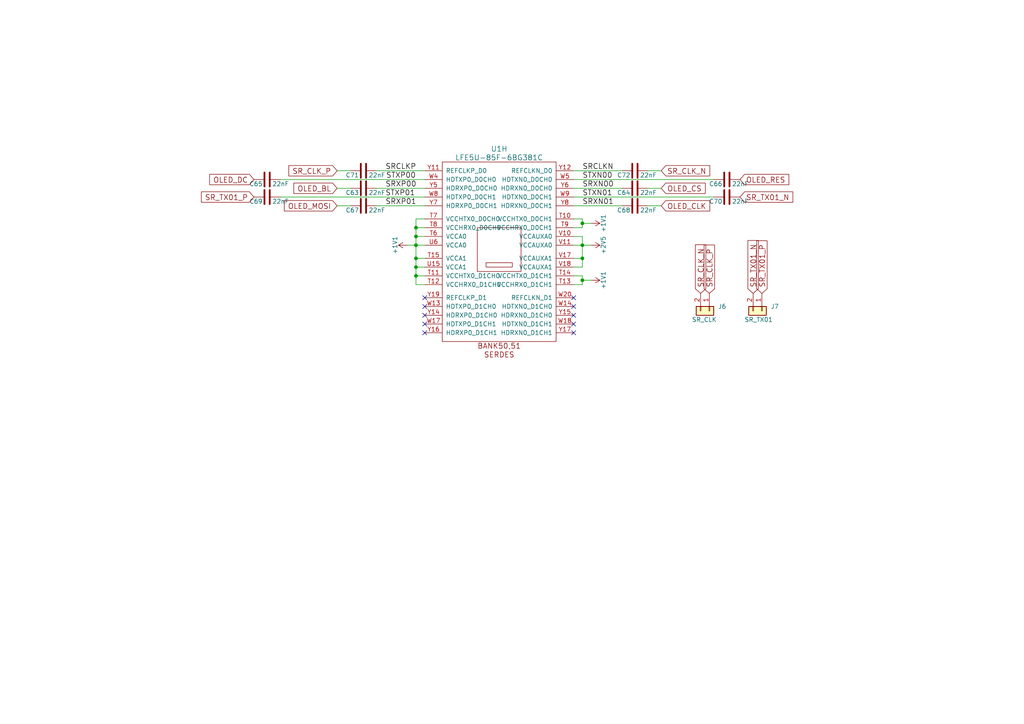
<source format=kicad_sch>
(kicad_sch (version 20211123) (generator eeschema)
  (paper "A4")
  (title_block (title "ULX3S") (rev "1.0.3") (company "EMARD") (comment 1 "serdes"))
  (lib_symbols
    (symbol "Connector_Generic:Conn_01x02" (pin_names (offset 1.016) hide)
      (property "Reference" "J" (at 0 2.54 0))
      (property "Value" "Conn_01x02" (at 0 -5.08 0))
      (symbol "Conn_01x02_1_1"
        (rectangle (start -1.27 -2.413) (end 0 -2.667) (stroke (width 0.1524)))
        (rectangle (start -1.27 0.127) (end 0 -0.127) (stroke (width 0.1524)))
        (rectangle (start -1.27 1.27) (end 1.27 -3.81) (stroke (width 0.254)) (fill (type background)))
        (pin passive line (at -5.08 0 0) (length 3.81) (name "Pin_1") (number "1"))
        (pin passive line (at -5.08 -2.54 0) (length 3.81) (name "Pin_2") (number "2"))
      )
    )
    (symbol "Device:C" (pin_numbers hide) (pin_names (offset 0.254))
      (property "Reference" "C" (at 0.635 2.54 0))
      (property "Value" "C" (at 0.635 -2.54 0))
      (symbol "C_0_1"
        (polyline (pts (xy -2.032 -0.762) (xy 2.032 -0.762)) (stroke (width 0.508)))
        (polyline (pts (xy -2.032 0.762) (xy 2.032 0.762)) (stroke (width 0.508)))
      )
      (symbol "C_1_1"
        (pin passive line (at 0 3.81 270) (length 2.794) (name "~") (number "1"))
        (pin passive line (at 0 -3.81 90) (length 2.794) (name "~") (number "2"))
      )
    )
    (symbol "lfe5bg381:LFE5UM-85F-6BG381C" (pin_names (offset 1.016))
      (property "Reference" "U" (at 0 24.13 0))
      (property "Value" "LFE5UM-85F-6BG381C" (at 0 21.59 0))
      (symbol "LFE5UM-85F-6BG381C_1_1"
        (rectangle (start -13.97 20.32) (end 13.97 -17.78))
        (rectangle (start -6.35 6.35) (end 6.35 -6.35))
        (rectangle (start -5.08 5.08) (end 0 2.54))
        (text "BANK0" (at 0 -19.05 0) (effects (font (size 1.524 1.524))))
        (pin input line (at -19.05 15.24 0) (length 5.08) (name "PCLKT0_1") (number "A10"))
        (pin input line (at 19.05 15.24 180) (length 5.08) (name "PCLKC0_1") (number "A11"))
        (pin input line (at -19.05 -10.16 0) (length 5.08) (name "PT4A") (number "A6"))
        (pin input line (at -19.05 5.08 0) (length 5.08) (name "PT18A") (number "A7"))
        (pin input line (at 19.05 5.08 180) (length 5.08) (name "PT18B") (number "A8"))
        (pin input line (at -19.05 12.7 0) (length 5.08) (name "GR_PCLK0_1") (number "A9"))
        (pin input line (at 19.05 12.7 180) (length 5.08) (name "GR_PCLK0_0") (number "B10"))
        (pin input line (at -19.05 17.78 0) (length 5.08) (name "PCLKT0_0") (number "B11"))
        (pin input line (at 19.05 -10.16 180) (length 5.08) (name "PT4B") (number "B6"))
        (pin input line (at 19.05 2.54 180) (length 5.08) (name "PT15B") (number "B8"))
        (pin input line (at -19.05 10.16 0) (length 5.08) (name "PT58A") (number "B9"))
        (pin input line (at 19.05 10.16 180) (length 5.08) (name "PT58B") (number "C10"))
        (pin input line (at 19.05 17.78 180) (length 5.08) (name "PCLKC0_0") (number "C11"))
        (pin input line (at -19.05 -2.54 0) (length 5.08) (name "PT11A") (number "C6"))
        (pin input line (at 19.05 -2.54 180) (length 5.08) (name "PT11B") (number "C7"))
        (pin input line (at -19.05 2.54 0) (length 5.08) (name "PT15A") (number "C8"))
        (pin input line (at -19.05 -15.24 0) (length 5.08) (name "PT54A") (number "C9"))
        (pin input line (at -19.05 -12.7 0) (length 5.08) (name "PT56A") (number "D10"))
        (pin input line (at 19.05 -7.62 180) (length 5.08) (name "PT6B") (number "D6"))
        (pin input line (at 19.05 -5.08 180) (length 5.08) (name "PT9B") (number "D7"))
        (pin input line (at 19.05 0 180) (length 5.08) (name "PT13B") (number "D8"))
        (pin input line (at -19.05 7.62 0) (length 5.08) (name "PT20A") (number "D9"))
        (pin input line (at 19.05 -12.7 180) (length 5.08) (name "PT56B") (number "E10"))
        (pin input line (at -19.05 -7.62 0) (length 5.08) (name "PT6A") (number "E6"))
        (pin input line (at -19.05 -5.08 0) (length 5.08) (name "PT9A") (number "E7"))
        (pin input line (at -19.05 0 0) (length 5.08) (name "PT13A") (number "E8"))
        (pin input line (at 19.05 7.62 180) (length 5.08) (name "PT20B") (number "E9"))
      )
      (symbol "LFE5UM-85F-6BG381C_2_0"
        (text "BANK1" (at 0 -26.67 0) (effects (font (size 1.524 1.524))))
      )
      (symbol "LFE5UM-85F-6BG381C_2_1"
        (rectangle (start -13.97 20.32) (end 13.97 -25.4))
        (rectangle (start -6.35 6.35) (end 6.35 -6.35))
        (rectangle (start 0 5.08) (end 5.08 2.54))
        (pin input line (at -19.05 -12.7 0) (length 5.08) (name "PT76A") (number "A12"))
        (pin input line (at 19.05 -12.7 180) (length 5.08) (name "PT76B") (number "A13"))
        (pin input line (at -19.05 -5.08 0) (length 5.08) (name "PT83A") (number "A14"))
        (pin input line (at -19.05 -22.86 0) (length 5.08) (name "PT103A") (number "A15"))
        (pin input line (at -19.05 5.08 0) (length 5.08) (name "PT110A") (number "A16"))
        (pin input line (at -19.05 12.7 0) (length 5.08) (name "PT116A") (number "A17"))
        (pin input line (at -19.05 15.24 0) (length 5.08) (name "PT119A") (number "A18"))
        (pin input line (at -19.05 17.78 0) (length 5.08) (name "PT121A") (number "A19"))
        (pin input line (at -19.05 -17.78 0) (length 5.08) (name "PCLKT1_0") (number "B12"))
        (pin input line (at -19.05 -10.16 0) (length 5.08) (name "PT78A") (number "B13"))
        (pin input line (at -19.05 0 0) (length 5.08) (name "PT105A") (number "B15"))
        (pin input line (at 19.05 5.08 180) (length 5.08) (name "PT110B") (number "B16"))
        (pin input line (at -19.05 10.16 0) (length 5.08) (name "PT114A") (number "B17"))
        (pin input line (at 19.05 12.7 180) (length 5.08) (name "PT116B") (number "B18"))
        (pin input line (at 19.05 15.24 180) (length 5.08) (name "PT119B") (number "B19"))
        (pin input line (at 19.05 17.78 180) (length 5.08) (name "PT121B") (number "B20"))
        (pin input line (at 19.05 -17.78 180) (length 5.08) (name "PCLKC1_0") (number "C12"))
        (pin input line (at 19.05 -10.16 180) (length 5.08) (name "PT78B") (number "C13"))
        (pin input line (at 19.05 -5.08 180) (length 5.08) (name "PT83B") (number "C14"))
        (pin input line (at 19.05 0 180) (length 5.08) (name "PT105B") (number "C15"))
        (pin input line (at -19.05 7.62 0) (length 5.08) (name "PT112A") (number "C16"))
        (pin input line (at 19.05 10.16 180) (length 5.08) (name "PT114B") (number "C17"))
        (pin input line (at -19.05 -20.32 0) (length 5.08) (name "PCLKT1_1") (number "D11"))
        (pin input line (at -19.05 -15.24 0) (length 5.08) (name "GR_PCLK1_0") (number "D12"))
        (pin input line (at -19.05 -7.62 0) (length 5.08) (name "PT80A") (number "D13"))
        (pin input line (at -19.05 -2.54 0) (length 5.08) (name "PT85A") (number "D14"))
        (pin input line (at -19.05 2.54 0) (length 5.08) (name "PT107A") (number "D15"))
        (pin input line (at 19.05 7.62 180) (length 5.08) (name "PT112B") (number "D16"))
        (pin input line (at 19.05 -20.32 180) (length 5.08) (name "PCLKC1_1") (number "E11"))
        (pin input line (at 19.05 -15.24 180) (length 5.08) (name "GR_PCLK1_1") (number "E12"))
        (pin input line (at 19.05 -7.62 180) (length 5.08) (name "PT80B") (number "E13"))
        (pin input line (at 19.05 -2.54 180) (length 5.08) (name "PT85B") (number "E14"))
        (pin input line (at 19.05 2.54 180) (length 5.08) (name "PT107B") (number "E15"))
      )
      (symbol "LFE5UM-85F-6BG381C_3_0"
        (text "BANK2" (at 0 -26.67 0) (effects (font (size 1.524 1.524))))
      )
      (symbol "LFE5UM-85F-6BG381C_3_1"
        (rectangle (start -13.97 20.32) (end 13.97 -25.4))
        (rectangle (start -6.35 6.35) (end 6.35 -6.35))
        (rectangle (start 5.08 5.08) (end 2.54 0))
        (pin input line (at -19.05 -20.32 0) (length 5.08) (name "PR11A") (number "C18"))
        (pin input line (at -19.05 0 0) (length 5.08) (name "PR35A") (number "C20"))
        (pin input line (at 19.05 -20.32 180) (length 5.08) (name "PR11B") (number "D17"))
        (pin input line (at -19.05 -15.24 0) (length 5.08) (name "PR14A") (number "D18"))
        (pin input line (at 19.05 0 180) (length 5.08) (name "PR35B") (number "D19"))
        (pin input line (at -19.05 2.54 0) (length 5.08) (name "VREF1_2") (number "D20"))
        (pin input line (at -19.05 -17.78 0) (length 5.08) (name "PR11C") (number "E16"))
        (pin input line (at 19.05 -15.24 180) (length 5.08) (name "PR14B") (number "E17"))
        (pin input line (at -19.05 -12.7 0) (length 5.08) (name "PR14C") (number "E18"))
        (pin input line (at 19.05 2.54 180) (length 5.08) (name "PR35D") (number "E19"))
        (pin input line (at -19.05 5.08 0) (length 5.08) (name "PR38A") (number "E20"))
        (pin input line (at 19.05 -17.78 180) (length 5.08) (name "PR11D") (number "F16"))
        (pin input line (at -19.05 -10.16 0) (length 5.08) (name "PR17A") (number "F17"))
        (pin input line (at 19.05 -12.7 180) (length 5.08) (name "PR14D") (number "F18"))
        (pin input line (at 19.05 5.08 180) (length 5.08) (name "PR38B") (number "F19"))
        (pin input line (at -19.05 7.62 0) (length 5.08) (name "PR38C") (number "F20"))
        (pin input line (at -19.05 -7.62 0) (length 5.08) (name "PR17C") (number "G16"))
        (pin input line (at 19.05 -10.16 180) (length 5.08) (name "PR17B") (number "G18"))
        (pin input line (at -19.05 10.16 0) (length 5.08) (name "GR_PCLK2_1") (number "G19"))
        (pin input line (at 19.05 7.62 180) (length 5.08) (name "PR38D") (number "G20"))
        (pin input line (at 19.05 -7.62 180) (length 5.08) (name "PR17D") (number "H16"))
        (pin input line (at 19.05 -5.08 180) (length 5.08) (name "PR20B") (number "H17"))
        (pin input line (at -19.05 -5.08 0) (length 5.08) (name "PR20A") (number "H18"))
        (pin input line (at 19.05 10.16 180) (length 5.08) (name "PR41B") (number "H20"))
        (pin input line (at 19.05 -2.54 180) (length 5.08) (name "PR20D") (number "J16"))
        (pin input line (at -19.05 -2.54 0) (length 5.08) (name "PR20C") (number "J17"))
        (pin input line (at -19.05 12.7 0) (length 5.08) (name "GR_PCLK2_0") (number "J18"))
        (pin input line (at -19.05 15.24 0) (length 5.08) (name "PCLKT2_1") (number "J19"))
        (pin input line (at -19.05 17.78 0) (length 5.08) (name "PCLKT2_0") (number "J20"))
        (pin input line (at -19.05 -22.86 0) (length 5.08) (name "PR29A") (number "K16"))
        (pin input line (at 19.05 -22.86 180) (length 5.08) (name "PR29B") (number "K17"))
        (pin input line (at 19.05 12.7 180) (length 5.08) (name "PR41D") (number "K18"))
        (pin input line (at 19.05 15.24 180) (length 5.08) (name "PCLKC2_1") (number "K19"))
        (pin input line (at 19.05 17.78 180) (length 5.08) (name "PCLKC2_0") (number "K20"))
      )
      (symbol "LFE5UM-85F-6BG381C_4_0"
        (text "BANK3" (at 0 -26.67 0) (effects (font (size 1.524 1.524))))
      )
      (symbol "LFE5UM-85F-6BG381C_4_1"
        (rectangle (start -13.97 20.32) (end 13.97 -25.4))
        (rectangle (start -6.35 6.35) (end 6.35 -6.35))
        (rectangle (start 2.54 0) (end 5.08 -5.08))
        (pin input line (at -19.05 -15.24 0) (length 5.08) (name "GR_PCLK3_0") (number "L16"))
        (pin input line (at 19.05 -15.24 180) (length 5.08) (name "PR50B") (number "L17"))
        (pin input line (at -19.05 -12.7 0) (length 5.08) (name "GR_PCLK3_1") (number "L18"))
        (pin input line (at -19.05 -17.78 0) (length 5.08) (name "PCLKT3_0") (number "L19"))
        (pin input line (at -19.05 -20.32 0) (length 5.08) (name "PCLKT3_1") (number "L20"))
        (pin input line (at 19.05 -10.16 180) (length 5.08) (name "PR53B") (number "M17"))
        (pin input line (at 19.05 -12.7 180) (length 5.08) (name "PR50D") (number "M18"))
        (pin input line (at 19.05 -17.78 180) (length 5.08) (name "PCLKC3_0") (number "M19"))
        (pin input line (at 19.05 -20.32 180) (length 5.08) (name "PCLKC3_1") (number "M20"))
        (pin input line (at -19.05 -10.16 0) (length 5.08) (name "PR53A") (number "N16"))
        (pin input line (at -19.05 -5.08 0) (length 5.08) (name "PR56A") (number "N17"))
        (pin input line (at -19.05 -7.62 0) (length 5.08) (name "PR53C") (number "N18"))
        (pin input line (at -19.05 0 0) (length 5.08) (name "PR83A") (number "N19"))
        (pin input line (at 19.05 0 180) (length 5.08) (name "PR83B") (number "N20"))
        (pin input line (at 19.05 -5.08 180) (length 5.08) (name "VREF1_3") (number "P16"))
        (pin input line (at 19.05 -7.62 180) (length 5.08) (name "PR53D") (number "P17"))
        (pin input line (at 19.05 2.54 180) (length 5.08) (name "PR83D") (number "P18"))
        (pin input line (at -19.05 2.54 0) (length 5.08) (name "PR83C") (number "P19"))
        (pin input line (at -19.05 5.08 0) (length 5.08) (name "PR86A") (number "P20"))
        (pin input line (at -19.05 -2.54 0) (length 5.08) (name "PR56C") (number "R16"))
        (pin input line (at 19.05 -2.54 180) (length 5.08) (name "PR56D") (number "R17"))
        (pin input line (at 19.05 10.16 180) (length 5.08) (name "PR89B") (number "R18"))
        (pin input line (at 19.05 5.08 180) (length 5.08) (name "PR86B") (number "R20"))
        (pin input line (at -19.05 -22.86 0) (length 5.08) (name "PR77A") (number "T16"))
        (pin input line (at 19.05 17.78 180) (length 5.08) (name "GPLL0C_IN") (number "T17"))
        (pin input line (at 19.05 12.7 180) (length 5.08) (name "PR89D") (number "T18"))
        (pin input line (at -19.05 10.16 0) (length 5.08) (name "PR89A") (number "T19"))
        (pin input line (at -19.05 7.62 0) (length 5.08) (name "PR86C") (number "T20"))
        (pin input line (at -19.05 17.78 0) (length 5.08) (name "GPLL0T_IN") (number "U16"))
        (pin input line (at 19.05 15.24 180) (length 5.08) (name "PR92B") (number "U17"))
        (pin input line (at -19.05 15.24 0) (length 5.08) (name "PR92A") (number "U18"))
        (pin input line (at -19.05 12.7 0) (length 5.08) (name "PR89C") (number "U19"))
        (pin input line (at 19.05 7.62 180) (length 5.08) (name "PR86D") (number "U20"))
      )
      (symbol "LFE5UM-85F-6BG381C_5_0"
        (text "BANK6" (at 0 -26.67 0) (effects (font (size 1.524 1.524))))
      )
      (symbol "LFE5UM-85F-6BG381C_5_1"
        (rectangle (start -13.97 20.32) (end 13.97 -25.4))
        (rectangle (start -6.35 6.35) (end 6.35 -6.35))
        (rectangle (start -5.08 0) (end -2.54 -5.08))
        (pin input line (at 19.05 15.24 180) (length 5.08) (name "PCLKC6_1") (number "F1"))
        (pin input line (at 19.05 17.78 180) (length 5.08) (name "PCLKC6_0") (number "G1"))
        (pin input line (at -19.05 15.24 0) (length 5.08) (name "PCLKT6_1") (number "G2"))
        (pin input line (at -19.05 7.62 0) (length 5.08) (name "PL53C") (number "H1"))
        (pin input line (at -19.05 17.78 0) (length 5.08) (name "PCLKT6_0") (number "H2"))
        (pin input line (at 19.05 5.08 180) (length 5.08) (name "PL53B") (number "J1"))
        (pin input line (at -19.05 12.7 0) (length 5.08) (name "GR_PCLK6_1") (number "J3"))
        (pin input line (at -19.05 10.16 0) (length 5.08) (name "GR_PCLK6_0") (number "J4"))
        (pin input line (at 19.05 10.16 180) (length 5.08) (name "PL50B") (number "J5"))
        (pin input line (at 19.05 7.62 180) (length 5.08) (name "PL53D") (number "K1"))
        (pin input line (at -19.05 5.08 0) (length 5.08) (name "PL53A") (number "K2"))
        (pin input line (at 19.05 12.7 180) (length 5.08) (name "PL50D") (number "K3"))
        (pin input line (at -19.05 0 0) (length 5.08) (name "PL56A") (number "K4"))
        (pin input line (at 19.05 0 180) (length 5.08) (name "VREF1_6") (number "K5"))
        (pin input line (at -19.05 -12.7 0) (length 5.08) (name "PL65C") (number "L1"))
        (pin input line (at 19.05 -7.62 180) (length 5.08) (name "PL86D") (number "L2"))
        (pin input line (at -19.05 -7.62 0) (length 5.08) (name "PL86C") (number "L3"))
        (pin input line (at -19.05 2.54 0) (length 5.08) (name "PL56C") (number "L4"))
        (pin input line (at 19.05 2.54 180) (length 5.08) (name "PL56D") (number "L5"))
        (pin input line (at 19.05 -15.24 180) (length 5.08) (name "PL89B") (number "M1"))
        (pin input line (at 19.05 -10.16 180) (length 5.08) (name "PL86B") (number "M3"))
        (pin input line (at -19.05 -5.08 0) (length 5.08) (name "PL83A") (number "M4"))
        (pin input line (at -19.05 -22.86 0) (length 5.08) (name "PL77A") (number "M5"))
        (pin input line (at 19.05 -12.7 180) (length 5.08) (name "PL89D") (number "N1"))
        (pin input line (at -19.05 -15.24 0) (length 5.08) (name "PL65A") (number "N2"))
        (pin input line (at -19.05 -10.16 0) (length 5.08) (name "PL86A") (number "N3"))
        (pin input line (at -19.05 -2.54 0) (length 5.08) (name "PL83C") (number "N4"))
        (pin input line (at 19.05 -5.08 180) (length 5.08) (name "PL83B") (number "N5"))
        (pin input line (at -19.05 -20.32 0) (length 5.08) (name "PL92A") (number "P1"))
        (pin input line (at 19.05 -20.32 180) (length 5.08) (name "PL92B") (number "P2"))
        (pin input line (at -19.05 -17.78 0) (length 5.08) (name "GPLL0T_IN") (number "P3"))
        (pin input line (at 19.05 -17.78 180) (length 5.08) (name "GPLL0C_IN") (number "P4"))
        (pin input line (at 19.05 -2.54 180) (length 5.08) (name "PL83D") (number "P5"))
      )
      (symbol "LFE5UM-85F-6BG381C_6_0"
        (text "BANK7" (at 0 -24.13 0) (effects (font (size 1.524 1.524))))
      )
      (symbol "LFE5UM-85F-6BG381C_6_1"
        (rectangle (start -13.97 20.32) (end 13.97 -22.86))
        (rectangle (start -6.35 6.35) (end 6.35 -6.35))
        (rectangle (start -5.08 5.08) (end -2.54 0))
        (pin input line (at -19.05 -5.08 0) (length 5.08) (name "PL35A") (number "A2"))
        (pin input line (at -19.05 12.7 0) (length 5.08) (name "PL14C") (number "A3"))
        (pin input line (at -19.05 15.24 0) (length 5.08) (name "PL11A") (number "A4"))
        (pin input line (at 19.05 15.24 180) (length 5.08) (name "PL11B") (number "A5"))
        (pin input line (at 19.05 -5.08 180) (length 5.08) (name "PL35B") (number "B1"))
        (pin input line (at -19.05 -2.54 0) (length 5.08) (name "VREF1_7") (number "B2"))
        (pin input line (at 19.05 12.7 180) (length 5.08) (name "PL14D") (number "B3"))
        (pin input line (at 19.05 10.16 180) (length 5.08) (name "PL14B") (number "B4"))
        (pin input line (at -19.05 17.78 0) (length 5.08) (name "PL11C") (number "B5"))
        (pin input line (at -19.05 -10.16 0) (length 5.08) (name "PL38A") (number "C1"))
        (pin input line (at 19.05 -2.54 180) (length 5.08) (name "PL35D") (number "C2"))
        (pin input line (at -19.05 7.62 0) (length 5.08) (name "PL17C") (number "C3"))
        (pin input line (at -19.05 10.16 0) (length 5.08) (name "PL14A") (number "C4"))
        (pin input line (at 19.05 17.78 180) (length 5.08) (name "PL11D") (number "C5"))
        (pin input line (at 19.05 -10.16 180) (length 5.08) (name "PL38B") (number "D1"))
        (pin input line (at -19.05 -7.62 0) (length 5.08) (name "PL38C") (number "D2"))
        (pin input line (at 19.05 7.62 180) (length 5.08) (name "PL17D") (number "D3"))
        (pin input line (at 19.05 5.08 180) (length 5.08) (name "PL17B") (number "D5"))
        (pin input line (at 19.05 -7.62 180) (length 5.08) (name "PL38D") (number "E1"))
        (pin input line (at 19.05 -17.78 180) (length 5.08) (name "PCLKC7_0") (number "E2"))
        (pin input line (at 19.05 0 180) (length 5.08) (name "PL20B") (number "E3"))
        (pin input line (at -19.05 5.08 0) (length 5.08) (name "PL17A") (number "E4"))
        (pin input line (at -19.05 2.54 0) (length 5.08) (name "PL20C") (number "E5"))
        (pin input line (at -19.05 -17.78 0) (length 5.08) (name "PCLKT7_0") (number "F2"))
        (pin input line (at 19.05 -20.32 180) (length 5.08) (name "PCLKC7_1") (number "F3"))
        (pin input line (at -19.05 0 0) (length 5.08) (name "PL20A") (number "F4"))
        (pin input line (at 19.05 2.54 180) (length 5.08) (name "PL20D") (number "F5"))
        (pin input line (at -19.05 -20.32 0) (length 5.08) (name "PCLKT7_1") (number "G3"))
        (pin input line (at 19.05 -15.24 180) (length 5.08) (name "PL41B") (number "G5"))
        (pin input line (at 19.05 -12.7 180) (length 5.08) (name "PL41D") (number "H3"))
        (pin input line (at -19.05 -15.24 0) (length 5.08) (name "GR_PCLK7_1") (number "H4"))
        (pin input line (at -19.05 -12.7 0) (length 5.08) (name "GR_PCLK7_0") (number "H5"))
      )
      (symbol "LFE5UM-85F-6BG381C_7_0"
        (text "BANK8" (at 0 -24.13 0) (effects (font (size 1.524 1.524))))
      )
      (symbol "LFE5UM-85F-6BG381C_7_1"
        (rectangle (start -13.97 20.32) (end 13.97 -22.86))
        (rectangle (start -6.35 6.35) (end 6.35 -6.35))
        (rectangle (start -5.08 -5.08) (end 0 -2.54))
        (pin input line (at -19.05 17.78 0) (length 5.08) (name "D7") (number "R1"))
        (pin input line (at -19.05 5.08 0) (length 5.08) (name "CSSPIN") (number "R2"))
        (pin input line (at 19.05 5.08 180) (length 5.08) (name "DOUT/CSOn") (number "R3"))
        (pin input line (at -19.05 -10.16 0) (length 5.08) (name "CFG_2") (number "R4"))
        (pin input line (at 19.05 17.78 180) (length 5.08) (name "D6") (number "T1"))
        (pin input line (at -19.05 7.62 0) (length 5.08) (name "SN/CSn") (number "T2"))
        (pin input line (at -19.05 -2.54 0) (length 5.08) (name "WRITEn") (number "T3"))
        (pin input line (at -19.05 -12.7 0) (length 5.08) (name "CFG_1") (number "T4"))
        (pin input line (at -19.05 15.24 0) (length 5.08) (name "D5/MISO2") (number "U1"))
        (pin input line (at 19.05 7.62 180) (length 5.08) (name "CS1n") (number "U2"))
        (pin input line (at -19.05 -5.08 0) (length 5.08) (name "CCLK") (number "U3"))
        (pin input line (at -19.05 -15.24 0) (length 5.08) (name "CFG_0") (number "U4"))
        (pin input line (at 19.05 15.24 180) (length 5.08) (name "D4/MOSI2") (number "V1"))
        (pin input line (at -19.05 10.16 0) (length 5.08) (name "D1/MISO") (number "V2"))
        (pin input line (at -19.05 2.54 0) (length 5.08) (name "INITn") (number "V3"))
        (pin input line (at -19.05 12.7 0) (length 5.08) (name "D3/HOLDn") (number "W1"))
        (pin input line (at 19.05 10.16 180) (length 5.08) (name "D0/MOSI") (number "W2"))
        (pin input line (at -19.05 0 0) (length 5.08) (name "PROGRAMn") (number "W3"))
        (pin input line (at 19.05 12.7 180) (length 5.08) (name "D2/WPn") (number "Y2"))
        (pin input line (at -19.05 -7.62 0) (length 5.08) (name "DONE") (number "Y3"))
      )
      (symbol "LFE5UM-85F-6BG381C_8_0"
        (text "BANK50,51" (at 0 -27.94 0) (effects (font (size 1.524 1.524))))
        (text "SERDES" (at 0 -30.48 0) (effects (font (size 1.524 1.524))))
      )
      (symbol "LFE5UM-85F-6BG381C_8_1"
        (rectangle (start -16.51 25.4) (end 16.51 -26.67))
        (rectangle (start -6.35 6.35) (end 6.35 -6.35))
        (rectangle (start 3.81 -5.08) (end -3.81 -3.81))
        (pin input line (at 21.59 8.89 180) (length 5.08) (name "VCCHTX0_D0CH1") (number "T10"))
        (pin input line (at -21.59 -7.62 0) (length 5.08) (name "VCCHTX0_D1CH0") (number "T11"))
        (pin input line (at -21.59 -10.16 0) (length 5.08) (name "VCCHRX0_D1CH0") (number "T12"))
        (pin input line (at 21.59 -10.16 180) (length 5.08) (name "VCCHRX0_D1CH1") (number "T13"))
        (pin input line (at 21.59 -7.62 180) (length 5.08) (name "VCCHTX0_D1CH1") (number "T14"))
        (pin input line (at -21.59 -2.54 0) (length 5.08) (name "VCCA1") (number "T15"))
        (pin input line (at -21.59 3.81 0) (length 5.08) (name "VCCA0") (number "T6"))
        (pin input line (at -21.59 8.89 0) (length 5.08) (name "VCCHTX0_D0CH0") (number "T7"))
        (pin input line (at -21.59 6.35 0) (length 5.08) (name "VCCHRX0_D0CH0") (number "T8"))
        (pin input line (at 21.59 6.35 180) (length 5.08) (name "VCCHRX0_D0CH1") (number "T9"))
        (pin input line (at -21.59 -5.08 0) (length 5.08) (name "VCCA1") (number "U15"))
        (pin input line (at -21.59 1.27 0) (length 5.08) (name "VCCA0") (number "U6"))
        (pin input line (at 21.59 3.81 180) (length 5.08) (name "VCCAUXA0") (number "V10"))
        (pin input line (at 21.59 1.27 180) (length 5.08) (name "VCCAUXA0") (number "V11"))
        (pin input line (at 21.59 -2.54 180) (length 5.08) (name "VCCAUXA1") (number "V17"))
        (pin input line (at 21.59 -5.08 180) (length 5.08) (name "VCCAUXA1") (number "V18"))
        (pin input line (at -21.59 -16.51 0) (length 5.08) (name "HDTXP0_D1CH0") (number "W13"))
        (pin input line (at 21.59 -16.51 180) (length 5.08) (name "HDTXN0_D1CH0") (number "W14"))
        (pin input line (at -21.59 -21.59 0) (length 5.08) (name "HDTXP0_D1CH1") (number "W17"))
        (pin input line (at 21.59 -21.59 180) (length 5.08) (name "HDTXN0_D1CH1") (number "W18"))
        (pin input line (at 21.59 -13.97 180) (length 5.08) (name "REFCLKN_D1") (number "W20"))
        (pin input line (at -21.59 20.32 0) (length 5.08) (name "HDTXP0_D0CH0") (number "W4"))
        (pin input line (at 21.59 20.32 180) (length 5.08) (name "HDTXN0_D0CH0") (number "W5"))
        (pin input line (at -21.59 15.24 0) (length 5.08) (name "HDTXP0_D0CH1") (number "W8"))
        (pin input line (at 21.59 15.24 180) (length 5.08) (name "HDTXN0_D0CH1") (number "W9"))
        (pin input line (at -21.59 22.86 0) (length 5.08) (name "REFCLKP_D0") (number "Y11"))
        (pin input line (at 21.59 22.86 180) (length 5.08) (name "REFCLKN_D0") (number "Y12"))
        (pin input line (at -21.59 -19.05 0) (length 5.08) (name "HDRXP0_D1CH0") (number "Y14"))
        (pin input line (at 21.59 -19.05 180) (length 5.08) (name "HDRXN0_D1CH0") (number "Y15"))
        (pin input line (at -21.59 -24.13 0) (length 5.08) (name "HDRXP0_D1CH1") (number "Y16"))
        (pin input line (at 21.59 -24.13 180) (length 5.08) (name "HDRXN0_D1CH1") (number "Y17"))
        (pin input line (at -21.59 -13.97 0) (length 5.08) (name "REFCLKP_D1") (number "Y19"))
        (pin input line (at -21.59 17.78 0) (length 5.08) (name "HDRXP0_D0CH0") (number "Y5"))
        (pin input line (at 21.59 17.78 180) (length 5.08) (name "HDRXN0_D0CH0") (number "Y6"))
        (pin input line (at -21.59 12.7 0) (length 5.08) (name "HDRXP0_D0CH1") (number "Y7"))
        (pin input line (at 21.59 12.7 180) (length 5.08) (name "HDRXN0_D0CH1") (number "Y8"))
      )
      (symbol "LFE5UM-85F-6BG381C_9_1"
        (rectangle (start -109.22 11.43) (end 118.11 -12.7))
        (rectangle (start -6.35 6.35) (end 6.35 -6.35))
        (rectangle (start -2.54 2.54) (end 2.54 -2.54))
        (text "POWER" (at 0 3.81 0) (effects (font (size 1.524 1.524))))
        (pin input line (at -77.47 -17.78 90) (length 5.08) (name "GND") (number "B14"))
        (pin input line (at 13.97 -17.78 90) (length 5.08) (name "GND") (number "B7"))
        (pin input line (at -97.79 -17.78 90) (length 5.08) (name "GND") (number "C19"))
        (pin input line (at 41.91 -17.78 90) (length 5.08) (name "GND") (number "D4"))
        (pin input line (at -40.64 16.51 270) (length 5.08) (name "VCCio0") (number "F10"))
        (pin input line (at -30.48 16.51 270) (length 5.08) (name "VCCio1") (number "F11"))
        (pin input line (at -33.02 16.51 270) (length 5.08) (name "VCCio1") (number "F12"))
        (pin input line (at -57.15 -17.78 90) (length 5.08) (name "GND") (number "F13"))
        (pin input line (at -74.93 -17.78 90) (length 5.08) (name "GND") (number "F14"))
        (pin input line (at -53.34 16.51 270) (length 5.08) (name "VCCAUX") (number "F15"))
        (pin input line (at -48.26 16.51 270) (length 5.08) (name "VCCAUX") (number "F6"))
        (pin input line (at 16.51 -17.78 90) (length 5.08) (name "GND") (number "F7"))
        (pin input line (at 6.35 -17.78 90) (length 5.08) (name "GND") (number "F8"))
        (pin input line (at -38.1 16.51 270) (length 5.08) (name "VCCio0") (number "F9"))
        (pin input line (at -19.05 -17.78 90) (length 5.08) (name "GND") (number "G10"))
        (pin input line (at -34.29 -17.78 90) (length 5.08) (name "GND") (number "G11"))
        (pin input line (at -49.53 -17.78 90) (length 5.08) (name "GND") (number "G12"))
        (pin input line (at -54.61 -17.78 90) (length 5.08) (name "GND") (number "G13"))
        (pin input line (at -72.39 -17.78 90) (length 5.08) (name "GND") (number "G14"))
        (pin input line (at -85.09 -17.78 90) (length 5.08) (name "GND") (number "G15"))
        (pin input line (at -90.17 -17.78 90) (length 5.08) (name "GND") (number "G17"))
        (pin input line (at 44.45 -17.78 90) (length 5.08) (name "GND") (number "G4"))
        (pin input line (at 34.29 -17.78 90) (length 5.08) (name "GND") (number "G6"))
        (pin input line (at 19.05 -17.78 90) (length 5.08) (name "GND") (number "G7"))
        (pin input line (at 8.89 -17.78 90) (length 5.08) (name "GND") (number "G8"))
        (pin input line (at -6.35 -17.78 90) (length 5.08) (name "GND") (number "G9"))
        (pin input line (at -81.28 16.51 270) (length 5.08) (name "VCC") (number "H10"))
        (pin input line (at -86.36 16.51 270) (length 5.08) (name "VCC") (number "H11"))
        (pin input line (at -91.44 16.51 270) (length 5.08) (name "VCC") (number "H12"))
        (pin input line (at -106.68 16.51 270) (length 5.08) (name "VCC") (number "H13"))
        (pin input line (at -20.32 16.51 270) (length 5.08) (name "VCCio2") (number "H14"))
        (pin input line (at -25.4 16.51 270) (length 5.08) (name "VCCio2") (number "H15"))
        (pin input line (at -95.25 -17.78 90) (length 5.08) (name "GND") (number "H19"))
        (pin input line (at 29.21 16.51 270) (length 5.08) (name "VCCio7") (number "H6"))
        (pin input line (at 26.67 16.51 270) (length 5.08) (name "VCCio7") (number "H7"))
        (pin input line (at -71.12 16.51 270) (length 5.08) (name "VCC") (number "H8"))
        (pin input line (at -76.2 16.51 270) (length 5.08) (name "VCC") (number "H9"))
        (pin input line (at -16.51 -17.78 90) (length 5.08) (name "GND") (number "J10"))
        (pin input line (at -31.75 -17.78 90) (length 5.08) (name "GND") (number "J11"))
        (pin input line (at -46.99 -17.78 90) (length 5.08) (name "GND") (number "J12"))
        (pin input line (at -104.14 16.51 270) (length 5.08) (name "VCC") (number "J13"))
        (pin input line (at -69.85 -17.78 90) (length 5.08) (name "GND") (number "J14"))
        (pin input line (at -22.86 16.51 270) (length 5.08) (name "VCCio2") (number "J15"))
        (pin input line (at 46.99 -17.78 90) (length 5.08) (name "GND") (number "J2"))
        (pin input line (at 31.75 16.51 270) (length 5.08) (name "VCCio7") (number "J6"))
        (pin input line (at 21.59 -17.78 90) (length 5.08) (name "GND") (number "J7"))
        (pin input line (at -68.58 16.51 270) (length 5.08) (name "VCC") (number "J8"))
        (pin input line (at -3.81 -17.78 90) (length 5.08) (name "GND") (number "J9"))
        (pin input line (at -13.97 -17.78 90) (length 5.08) (name "GND") (number "K10"))
        (pin input line (at -29.21 -17.78 90) (length 5.08) (name "GND") (number "K11"))
        (pin input line (at -44.45 -17.78 90) (length 5.08) (name "GND") (number "K12"))
        (pin input line (at -101.6 16.51 270) (length 5.08) (name "VCC") (number "K13"))
        (pin input line (at -67.31 -17.78 90) (length 5.08) (name "GND") (number "K14"))
        (pin input line (at -82.55 -17.78 90) (length 5.08) (name "GND") (number "K15"))
        (pin input line (at 36.83 -17.78 90) (length 5.08) (name "GND") (number "K6"))
        (pin input line (at 24.13 -17.78 90) (length 5.08) (name "GND") (number "K7"))
        (pin input line (at -66.04 16.51 270) (length 5.08) (name "VCC") (number "K8"))
        (pin input line (at -1.27 -17.78 90) (length 5.08) (name "GND") (number "K9"))
        (pin input line (at -11.43 -17.78 90) (length 5.08) (name "GND") (number "L10"))
        (pin input line (at -26.67 -17.78 90) (length 5.08) (name "GND") (number "L11"))
        (pin input line (at -41.91 -17.78 90) (length 5.08) (name "GND") (number "L12"))
        (pin input line (at -99.06 16.51 270) (length 5.08) (name "VCC") (number "L13"))
        (pin input line (at -10.16 16.51 270) (length 5.08) (name "VCCio3") (number "L14"))
        (pin input line (at -15.24 16.51 270) (length 5.08) (name "VCCio3") (number "L15"))
        (pin input line (at 19.05 16.51 270) (length 5.08) (name "VCCio6") (number "L6"))
        (pin input line (at 16.51 16.51 270) (length 5.08) (name "VCCio6") (number "L7"))
        (pin input line (at -63.5 16.51 270) (length 5.08) (name "VCC") (number "L8"))
        (pin input line (at 1.27 -17.78 90) (length 5.08) (name "GND") (number "L9"))
        (pin input line (at -8.89 -17.78 90) (length 5.08) (name "GND") (number "M10"))
        (pin input line (at -24.13 -17.78 90) (length 5.08) (name "GND") (number "M11"))
        (pin input line (at -39.37 -17.78 90) (length 5.08) (name "GND") (number "M12"))
        (pin input line (at -96.52 16.51 270) (length 5.08) (name "VCC") (number "M13"))
        (pin input line (at -64.77 -17.78 90) (length 5.08) (name "GND") (number "M14"))
        (pin input line (at -12.7 16.51 270) (length 5.08) (name "VCCio3") (number "M15"))
        (pin input line (at -87.63 -17.78 90) (length 5.08) (name "GND") (number "M16"))
        (pin input line (at 49.53 -17.78 90) (length 5.08) (name "GND") (number "M2"))
        (pin input line (at 21.59 16.51 270) (length 5.08) (name "VCCio6") (number "M6"))
        (pin input line (at 26.67 -17.78 90) (length 5.08) (name "GND") (number "M7"))
        (pin input line (at -60.96 16.51 270) (length 5.08) (name "VCC") (number "M8"))
        (pin input line (at 3.81 -17.78 90) (length 5.08) (name "GND") (number "M9"))
        (pin input line (at -78.74 16.51 270) (length 5.08) (name "VCC") (number "N10"))
        (pin input line (at -83.82 16.51 270) (length 5.08) (name "VCC") (number "N11"))
        (pin input line (at -88.9 16.51 270) (length 5.08) (name "VCC") (number "N12"))
        (pin input line (at -93.98 16.51 270) (length 5.08) (name "VCC") (number "N13"))
        (pin input line (at -62.23 -17.78 90) (length 5.08) (name "GND") (number "N14"))
        (pin input line (at -80.01 -17.78 90) (length 5.08) (name "GND") (number "N15"))
        (pin input line (at 39.37 -17.78 90) (length 5.08) (name "GND") (number "N6"))
        (pin input line (at 29.21 -17.78 90) (length 5.08) (name "GND") (number "N7"))
        (pin input line (at -58.42 16.51 270) (length 5.08) (name "VCC") (number "N8"))
        (pin input line (at -73.66 16.51 270) (length 5.08) (name "VCC") (number "N9"))
        (pin input line (at 36.83 16.51 270) (length 5.08) (name "VCCio8") (number "P10"))
        (pin input line (at -21.59 -17.78 90) (length 5.08) (name "GND") (number "P11"))
        (pin input line (at -36.83 -17.78 90) (length 5.08) (name "GND") (number "P12"))
        (pin input line (at -52.07 -17.78 90) (length 5.08) (name "GND") (number "P13"))
        (pin input line (at -59.69 -17.78 90) (length 5.08) (name "GND") (number "P14"))
        (pin input line (at -50.8 16.51 270) (length 5.08) (name "VCCAUX") (number "P15"))
        (pin input line (at -45.72 16.51 270) (length 5.08) (name "VCCAUX") (number "P6"))
        (pin input line (at 31.75 -17.78 90) (length 5.08) (name "GND") (number "P7"))
        (pin input line (at 11.43 -17.78 90) (length 5.08) (name "GND") (number "P8"))
        (pin input line (at 39.37 16.51 270) (length 5.08) (name "VCCio8") (number "P9"))
        (pin input line (at -92.71 -17.78 90) (length 5.08) (name "GND") (number "R19"))
        (pin input line (at 67.31 -17.78 90) (length 5.08) (name "GND") (number "U10"))
        (pin input line (at 115.57 -17.78 90) (length 5.08) (name "GND") (number "U11"))
        (pin input line (at 107.95 -17.78 90) (length 5.08) (name "GND") (number "U12"))
        (pin input line (at 102.87 -17.78 90) (length 5.08) (name "GND") (number "U13"))
        (pin input line (at 97.79 -17.78 90) (length 5.08) (name "GND") (number "U14"))
        (pin input line (at 59.69 -17.78 90) (length 5.08) (name "GND") (number "U7"))
        (pin input line (at 62.23 -17.78 90) (length 5.08) (name "GND") (number "U8"))
        (pin input line (at 64.77 -17.78 90) (length 5.08) (name "GND") (number "U9"))
        (pin input line (at 110.49 -17.78 90) (length 5.08) (name "GND") (number "V12"))
        (pin input line (at 105.41 -17.78 90) (length 5.08) (name "GND") (number "V13"))
        (pin input line (at 95.25 -17.78 90) (length 5.08) (name "GND") (number "V14"))
        (pin input line (at 82.55 -17.78 90) (length 5.08) (name "GND") (number "V15"))
        (pin input line (at 87.63 -17.78 90) (length 5.08) (name "GND") (number "V16"))
        (pin input line (at 92.71 -17.78 90) (length 5.08) (name "GND") (number "V19"))
        (pin input line (at 69.85 -17.78 90) (length 5.08) (name "GND") (number "V20"))
        (pin input line (at 72.39 -17.78 90) (length 5.08) (name "GND") (number "V5"))
        (pin input line (at 77.47 -17.78 90) (length 5.08) (name "GND") (number "V6"))
        (pin input line (at 52.07 -17.78 90) (length 5.08) (name "GND") (number "V7"))
        (pin input line (at 54.61 -17.78 90) (length 5.08) (name "GND") (number "V8"))
        (pin input line (at 57.15 -17.78 90) (length 5.08) (name "GND") (number "V9"))
        (pin input line (at 113.03 -17.78 90) (length 5.08) (name "GND") (number "W12"))
        (pin input line (at 100.33 -17.78 90) (length 5.08) (name "GND") (number "W15"))
        (pin input line (at 85.09 -17.78 90) (length 5.08) (name "GND") (number "W16"))
        (pin input line (at 90.17 -17.78 90) (length 5.08) (name "GND") (number "W19"))
        (pin input line (at 74.93 -17.78 90) (length 5.08) (name "GND") (number "W6"))
        (pin input line (at 80.01 -17.78 90) (length 5.08) (name "GND") (number "W7"))
      )
      (symbol "LFE5UM-85F-6BG381C_10_0"
        (text "JTAG" (at 0 1.27 0) (effects (font (size 1.524 1.524))))
      )
      (symbol "LFE5UM-85F-6BG381C_10_1"
        (rectangle (start -12.7 6.35) (end 7.62 -6.35))
        (text "PROG" (at 0 -1.27 0) (effects (font (size 1.524 1.524))))
        (pin input line (at -17.78 3.81 0) (length 5.08) (name "TDI") (number "R5"))
        (pin input line (at -17.78 -1.27 0) (length 5.08) (name "TCK") (number "T5"))
        (pin input line (at -17.78 -3.81 0) (length 5.08) (name "TMS") (number "U5"))
        (pin input line (at -17.78 1.27 0) (length 5.08) (name "TDO") (number "V4"))
      )
    )
    (symbol "power:+1V1" (power) (pin_names (offset 0))
      (property "Value" "+1V1" (at 0 3.556 0))
      (symbol "+1V1_0_1"
        (polyline (pts (xy -0.762 1.27) (xy 0 2.54)))
        (polyline (pts (xy 0 0) (xy 0 2.54)))
        (polyline (pts (xy 0 2.54) (xy 0.762 1.27)))
      )
      (symbol "+1V1_1_1"
        (pin power_in line (at 0 0 90) (length 0) hide (name "+1V1") (number "1"))
      )
    )
    (symbol "power:+2V5" (power) (pin_names (offset 0))
      (property "Value" "+2V5" (at 0 3.556 0))
      (symbol "+2V5_0_1"
        (polyline (pts (xy -0.762 1.27) (xy 0 2.54)))
        (polyline (pts (xy 0 0) (xy 0 2.54)))
        (polyline (pts (xy 0 2.54) (xy 0.762 1.27)))
      )
      (symbol "+2V5_1_1"
        (pin power_in line (at 0 0 90) (length 0) hide (name "+2V5") (number "1"))
      )
    )
  )
  (junction (at 120.65 80.01))
  (junction (at 120.65 74.93))
  (junction (at 168.91 81.28))
  (junction (at 120.65 68.58))
  (junction (at 168.91 64.77))
  (junction (at 120.65 66.04))
  (junction (at 120.65 71.12))
  (junction (at 168.91 74.93))
  (junction (at 168.91 71.12))
  (junction (at 120.65 77.47))
  (no_connect (at 166.37 91.44))
  (no_connect (at 166.37 96.52))
  (no_connect (at 123.19 86.36))
  (no_connect (at 123.19 96.52))
  (no_connect (at 166.37 88.9))
  (no_connect (at 123.19 91.44))
  (no_connect (at 123.19 93.98))
  (no_connect (at 166.37 93.98))
  (no_connect (at 123.19 88.9))
  (no_connect (at 166.37 86.36))
  (wire (pts (xy 123.19 68.58) (xy 120.65 68.58)))
  (wire (pts (xy 166.37 77.47) (xy 168.91 77.47)))
  (wire (pts (xy 120.65 71.12) (xy 120.65 74.93)))
  (wire (pts (xy 187.96 54.61) (xy 191.77 54.61)))
  (wire (pts (xy 187.96 59.69) (xy 191.77 59.69)))
  (wire (pts (xy 166.37 82.55) (xy 168.91 82.55)))
  (wire (pts (xy 168.91 74.93) (xy 168.91 77.47)))
  (wire (pts (xy 123.19 74.93) (xy 120.65 74.93)))
  (wire (pts (xy 123.19 82.55) (xy 120.65 82.55)))
  (wire (pts (xy 166.37 54.61) (xy 180.34 54.61)))
  (wire (pts (xy 123.19 71.12) (xy 120.65 71.12)))
  (wire (pts (xy 187.96 49.53) (xy 191.77 49.53)))
  (wire (pts (xy 81.28 57.15) (xy 123.19 57.15)))
  (wire (pts (xy 168.91 64.77) (xy 168.91 66.04)))
  (wire (pts (xy 120.65 63.5) (xy 120.65 66.04)))
  (wire (pts (xy 168.91 71.12) (xy 168.91 74.93)))
  (wire (pts (xy 120.65 66.04) (xy 120.65 68.58)))
  (wire (pts (xy 168.91 64.77) (xy 171.45 64.77)))
  (wire (pts (xy 166.37 59.69) (xy 180.34 59.69)))
  (wire (pts (xy 123.19 77.47) (xy 120.65 77.47)))
  (wire (pts (xy 109.22 54.61) (xy 123.19 54.61)))
  (wire (pts (xy 166.37 49.53) (xy 180.34 49.53)))
  (wire (pts (xy 118.11 71.12) (xy 120.65 71.12)))
  (wire (pts (xy 166.37 57.15) (xy 207.01 57.15)))
  (wire (pts (xy 166.37 52.07) (xy 207.01 52.07)))
  (wire (pts (xy 168.91 63.5) (xy 168.91 64.77)))
  (wire (pts (xy 123.19 66.04) (xy 120.65 66.04)))
  (wire (pts (xy 168.91 81.28) (xy 168.91 82.55)))
  (wire (pts (xy 166.37 66.04) (xy 168.91 66.04)))
  (wire (pts (xy 109.22 59.69) (xy 123.19 59.69)))
  (wire (pts (xy 120.65 68.58) (xy 120.65 71.12)))
  (wire (pts (xy 168.91 81.28) (xy 171.45 81.28)))
  (wire (pts (xy 166.37 74.93) (xy 168.91 74.93)))
  (wire (pts (xy 81.28 52.07) (xy 123.19 52.07)))
  (wire (pts (xy 168.91 68.58) (xy 168.91 71.12)))
  (wire (pts (xy 123.19 80.01) (xy 120.65 80.01)))
  (wire (pts (xy 97.79 54.61) (xy 101.6 54.61)))
  (wire (pts (xy 168.91 80.01) (xy 168.91 81.28)))
  (wire (pts (xy 101.6 59.69) (xy 97.79 59.69)))
  (wire (pts (xy 166.37 68.58) (xy 168.91 68.58)))
  (wire (pts (xy 166.37 63.5) (xy 168.91 63.5)))
  (wire (pts (xy 166.37 80.01) (xy 168.91 80.01)))
  (wire (pts (xy 120.65 80.01) (xy 120.65 82.55)))
  (wire (pts (xy 123.19 63.5) (xy 120.65 63.5)))
  (wire (pts (xy 120.65 77.47) (xy 120.65 80.01)))
  (wire (pts (xy 97.79 49.53) (xy 101.6 49.53)))
  (wire (pts (xy 120.65 74.93) (xy 120.65 77.47)))
  (wire (pts (xy 168.91 71.12) (xy 171.45 71.12)))
  (wire (pts (xy 109.22 49.53) (xy 123.19 49.53)))
  (wire (pts (xy 166.37 71.12) (xy 168.91 71.12)))
  (label "SRXN00" (at 168.91 54.61 0) (effects (font (size 1.524 1.524))))
  (label "STXN01" (at 168.91 57.15 0) (effects (font (size 1.524 1.524))))
  (label "STXP00" (at 120.65 52.07 180) (effects (font (size 1.524 1.524))))
  (label "STXP01" (at 111.76 57.15 0) (effects (font (size 1.524 1.524))))
  (label "SRXN01" (at 168.91 59.69 0) (effects (font (size 1.524 1.524))))
  (label "SRXP01" (at 111.76 59.69 0) (effects (font (size 1.524 1.524))))
  (label "SRCLKP" (at 111.76 49.53 0) (effects (font (size 1.524 1.524))))
  (label "SRXP00" (at 111.76 54.61 0) (effects (font (size 1.524 1.524))))
  (label "STXN00" (at 168.91 52.07 0) (effects (font (size 1.524 1.524))))
  (label "SRCLKN" (at 168.91 49.53 0) (effects (font (size 1.524 1.524))))
  (global_label "OLED_DC" (shape input) (at 73.66 52.07 180) (effects (font (size 1.524 1.524))) (property "Intersheet References" "${INTERSHEET_REFS}" (effects hide)))
  (global_label "SR_TX01_P" (shape input) (at 220.98 85.09 90) (effects (font (size 1.524 1.524))) (property "Intersheet References" "${INTERSHEET_REFS}" (effects hide)))
  (global_label "OLED_CS" (shape input) (at 191.77 54.61 0) (effects (font (size 1.524 1.524))) (property "Intersheet References" "${INTERSHEET_REFS}" (effects hide)))
  (global_label "OLED_BL" (shape input) (at 97.79 54.61 180) (effects (font (size 1.524 1.524))) (property "Intersheet References" "${INTERSHEET_REFS}" (effects hide)))
  (global_label "SR_TX01_N" (shape input) (at 218.44 85.09 90) (effects (font (size 1.524 1.524))) (property "Intersheet References" "${INTERSHEET_REFS}" (effects hide)))
  (global_label "SR_CLK_N" (shape input) (at 191.77 49.53 0) (effects (font (size 1.524 1.524))) (property "Intersheet References" "${INTERSHEET_REFS}" (effects hide)))
  (global_label "SR_TX01_P" (shape input) (at 73.66 57.15 180) (effects (font (size 1.524 1.524))) (property "Intersheet References" "${INTERSHEET_REFS}" (effects hide)))
  (global_label "SR_CLK_P" (shape input) (at 97.79 49.53 180) (effects (font (size 1.524 1.524))) (property "Intersheet References" "${INTERSHEET_REFS}" (effects hide)))
  (global_label "OLED_RES" (shape input) (at 214.63 52.07 0) (effects (font (size 1.524 1.524))) (property "Intersheet References" "${INTERSHEET_REFS}" (effects hide)))
  (global_label "SR_CLK_N" (shape input) (at 203.2 85.09 90) (effects (font (size 1.524 1.524))) (property "Intersheet References" "${INTERSHEET_REFS}" (effects hide)))
  (global_label "SR_TX01_N" (shape input) (at 214.63 57.15 0) (effects (font (size 1.524 1.524))) (property "Intersheet References" "${INTERSHEET_REFS}" (effects hide)))
  (global_label "OLED_CLK" (shape input) (at 191.77 59.69 0) (effects (font (size 1.524 1.524))) (property "Intersheet References" "${INTERSHEET_REFS}" (effects hide)))
  (global_label "SR_CLK_P" (shape input) (at 205.74 85.09 90) (effects (font (size 1.524 1.524))) (property "Intersheet References" "${INTERSHEET_REFS}" (effects hide)))
  (global_label "OLED_MOSI" (shape input) (at 97.79 59.69 180) (effects (font (size 1.524 1.524))) (property "Intersheet References" "${INTERSHEET_REFS}" (effects hide)))
  (symbol (lib_id "power:+2V5") (at 171.45 71.12 270) (unit 1)
    (property "Reference" "#PWR0147" (effects hide))
    (property "Value" "+2V5" (at 175.006 71.12 0))
  )
  (symbol (lib_id "power:+1V1") (at 171.45 64.77 270) (unit 1)
    (property "Reference" "#PWR0179" (effects hide))
    (property "Value" "+1V1" (at 175.006 64.77 0))
  )
  (symbol (lib_id "power:+1V1") (at 118.11 71.12 90) (unit 1)
    (property "Reference" "#PWR0180" (effects hide))
    (property "Value" "+1V1" (at 114.554 71.12 0))
  )
  (symbol (lib_id "Device:C") (at 105.41 59.69 90) (mirror x) (unit 1)
    (property "Reference" "C67" (at 104.14 60.96 90) (effects (justify left)))
    (property "Value" "22nF" (at 111.76 60.96 90) (effects (justify left)))
    (property "Footprint" "Capacitor_SMD:C_0603_1608Metric" (effects hide))
  )
  (symbol (lib_id "Device:C") (at 210.82 57.15 90) (mirror x) (unit 1)
    (property "Reference" "C70" (at 209.55 58.42 90) (effects (justify left)))
    (property "Value" "22nF" (at 217.17 58.42 90) (effects (justify left)))
    (property "Footprint" "Capacitor_SMD:C_0603_1608Metric" (effects hide))
  )
  (symbol (lib_id "Device:C") (at 77.47 57.15 90) (mirror x) (unit 1)
    (property "Reference" "C69" (at 76.2 58.42 90) (effects (justify left)))
    (property "Value" "22nF" (at 83.82 58.42 90) (effects (justify left)))
    (property "Footprint" "Capacitor_SMD:C_0603_1608Metric" (effects hide))
  )
  (symbol (lib_id "Device:C") (at 210.82 52.07 90) (mirror x) (unit 1)
    (property "Reference" "C66" (at 209.55 53.34 90) (effects (justify left)))
    (property "Value" "22nF" (at 217.17 53.34 90) (effects (justify left)))
    (property "Footprint" "Capacitor_SMD:C_0603_1608Metric" (effects hide))
  )
  (symbol (lib_id "Device:C") (at 184.15 59.69 90) (mirror x) (unit 1)
    (property "Reference" "C68" (at 182.88 60.96 90) (effects (justify left)))
    (property "Value" "22nF" (at 190.5 60.96 90) (effects (justify left)))
    (property "Footprint" "Capacitor_SMD:C_0603_1608Metric" (effects hide))
  )
  (symbol (lib_id "Device:C") (at 77.47 52.07 90) (mirror x) (unit 1)
    (property "Reference" "C65" (at 76.2 53.34 90) (effects (justify left)))
    (property "Value" "22nF" (at 83.82 53.34 90) (effects (justify left)))
    (property "Footprint" "Capacitor_SMD:C_0603_1608Metric" (effects hide))
  )
  (symbol (lib_id "Device:C") (at 105.41 54.61 90) (mirror x) (unit 1)
    (property "Reference" "C63" (at 104.14 55.88 90) (effects (justify left)))
    (property "Value" "22nF" (at 111.76 55.88 90) (effects (justify left)))
    (property "Footprint" "Capacitor_SMD:C_0603_1608Metric" (effects hide))
  )
  (symbol (lib_id "Device:C") (at 184.15 54.61 90) (mirror x) (unit 1)
    (property "Reference" "C64" (at 182.88 55.88 90) (effects (justify left)))
    (property "Value" "22nF" (at 190.5 55.88 90) (effects (justify left)))
    (property "Footprint" "Capacitor_SMD:C_0603_1608Metric" (effects hide))
  )
  (symbol (lib_id "Device:C") (at 105.41 49.53 90) (mirror x) (unit 1)
    (property "Reference" "C71" (at 104.14 50.8 90) (effects (justify left)))
    (property "Value" "22nF" (at 111.76 50.8 90) (effects (justify left)))
    (property "Footprint" "Capacitor_SMD:C_0603_1608Metric" (effects hide))
  )
  (symbol (lib_id "Device:C") (at 184.15 49.53 90) (mirror x) (unit 1)
    (property "Reference" "C72" (at 182.88 50.8 90) (effects (justify left)))
    (property "Value" "22nF" (at 190.5 50.8 90) (effects (justify left)))
    (property "Footprint" "Capacitor_SMD:C_0603_1608Metric" (effects hide))
  )
  (symbol (lib_id "power:+1V1") (at 171.45 81.28 270) (unit 1)
    (property "Reference" "#PWR0181" (effects hide))
    (property "Value" "+1V1" (at 175.006 81.28 0))
  )
  (symbol (lib_id "lfe5bg381:LFE5UM-85F-6BG381C") (at 144.78 72.39 0) (unit 8) (on_board no)
    (property "Reference" "U1" (at 144.78 43.18 0) (effects (font (size 1.524 1.524))))
    (property "Value" "LFE5U-85F-6BG381C" (at 144.78 45.72 0) (effects (font (size 1.524 1.524))))
    (property "Footprint" "lfe5bg381:BGA-381_pitch0.8mm_dia0.4mm" (effects hide))
    (property "Datasheet" "http://www.latticesemi.com/~/media/LatticeSemi/Documents/ApplicationNotes/EH/TN1261.pdf?document_id=50463" (effects hide))
    (property "MNF1_URL" "www.latticesemi.com" (effects hide))
    (property "MPN" "LFE5U-85F-6BG381C" (effects hide))
  )
  (symbol (lib_id "Connector_Generic:Conn_01x02") (at 205.74 90.17 270) (unit 1)
    (property "Reference" "J6" (at 208.28 88.8999 90) (effects (justify left)))
    (property "Value" "SR_CLK" (at 200.66 92.71 90) (effects (justify left)))
    (property "Footprint" "Connector_PinSocket_1.00mm:PinSocket_1x02_P1.00mm_Vertical" (effects hide))
  )
  (symbol (lib_id "Connector_Generic:Conn_01x02") (at 220.98 90.17 270) (unit 1)
    (property "Reference" "J7" (at 223.52 88.8999 90) (effects (justify left)))
    (property "Value" "SR_TX01" (at 215.9 92.71 90) (effects (justify left)))
    (property "Footprint" "Connector_PinSocket_1.00mm:PinSocket_1x02_P1.00mm_Vertical" (effects hide))
  )
)
</source>
